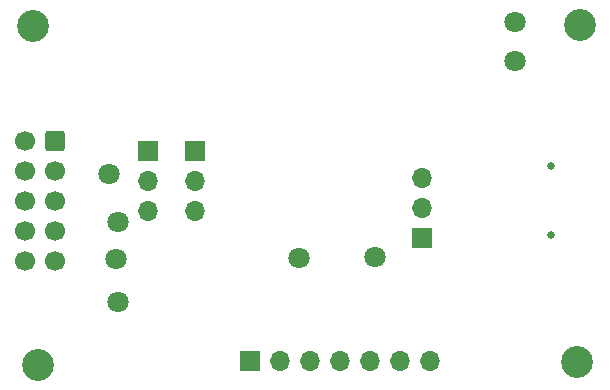
<source format=gbr>
%TF.GenerationSoftware,KiCad,Pcbnew,8.0.2*%
%TF.CreationDate,2025-07-17T16:33:10+07:00*%
%TF.ProjectId,PicoLink,5069636f-4c69-46e6-9b2e-6b696361645f,rev?*%
%TF.SameCoordinates,Original*%
%TF.FileFunction,Soldermask,Bot*%
%TF.FilePolarity,Negative*%
%FSLAX46Y46*%
G04 Gerber Fmt 4.6, Leading zero omitted, Abs format (unit mm)*
G04 Created by KiCad (PCBNEW 8.0.2) date 2025-07-17 16:33:10*
%MOMM*%
%LPD*%
G01*
G04 APERTURE LIST*
G04 Aperture macros list*
%AMRoundRect*
0 Rectangle with rounded corners*
0 $1 Rounding radius*
0 $2 $3 $4 $5 $6 $7 $8 $9 X,Y pos of 4 corners*
0 Add a 4 corners polygon primitive as box body*
4,1,4,$2,$3,$4,$5,$6,$7,$8,$9,$2,$3,0*
0 Add four circle primitives for the rounded corners*
1,1,$1+$1,$2,$3*
1,1,$1+$1,$4,$5*
1,1,$1+$1,$6,$7*
1,1,$1+$1,$8,$9*
0 Add four rect primitives between the rounded corners*
20,1,$1+$1,$2,$3,$4,$5,0*
20,1,$1+$1,$4,$5,$6,$7,0*
20,1,$1+$1,$6,$7,$8,$9,0*
20,1,$1+$1,$8,$9,$2,$3,0*%
G04 Aperture macros list end*
%ADD10C,2.700000*%
%ADD11C,0.650000*%
%ADD12R,1.700000X1.700000*%
%ADD13O,1.700000X1.700000*%
%ADD14RoundRect,0.250000X0.600000X0.600000X-0.600000X0.600000X-0.600000X-0.600000X0.600000X-0.600000X0*%
%ADD15C,1.700000*%
%ADD16C,1.800000*%
G04 APERTURE END LIST*
D10*
%TO.C,H6*%
X130100000Y-79200000D03*
%TD*%
%TO.C,H5*%
X176350000Y-79150000D03*
%TD*%
D11*
%TO.C,J2*%
X173895000Y-96890000D03*
X173895002Y-91110000D03*
%TD*%
D10*
%TO.C,H3*%
X176100000Y-107700000D03*
%TD*%
%TO.C,H4*%
X130500000Y-107900000D03*
%TD*%
D12*
%TO.C,J8*%
X148430000Y-107600000D03*
D13*
X150970000Y-107600000D03*
X153510000Y-107600000D03*
X156050000Y-107600000D03*
X158590000Y-107600000D03*
X161130000Y-107600000D03*
X163670000Y-107600000D03*
%TD*%
D12*
%TO.C,J4*%
X139850000Y-89775000D03*
D13*
X139850000Y-92315000D03*
X139850000Y-94855000D03*
%TD*%
D14*
%TO.C,J3*%
X131900000Y-88920000D03*
D15*
X129360000Y-88920000D03*
X131900000Y-91460000D03*
X129360000Y-91460000D03*
X131900000Y-94000000D03*
X129360000Y-94000000D03*
X131900000Y-96540000D03*
X129360000Y-96540000D03*
X131900000Y-99080000D03*
X129360000Y-99080000D03*
%TD*%
D12*
%TO.C,J7*%
X143800000Y-89760000D03*
D13*
X143800000Y-92300000D03*
X143800000Y-94840000D03*
%TD*%
D12*
%TO.C,J9*%
X163000001Y-97140003D03*
D13*
X163000000Y-94600000D03*
X163000001Y-92060003D03*
%TD*%
D16*
X170900000Y-82200000D03*
X170850000Y-78837500D03*
X136550000Y-91750000D03*
X137300000Y-95800000D03*
X137109099Y-98909099D03*
X137301471Y-102600000D03*
X152600000Y-98825000D03*
X159050000Y-98750000D03*
M02*

</source>
